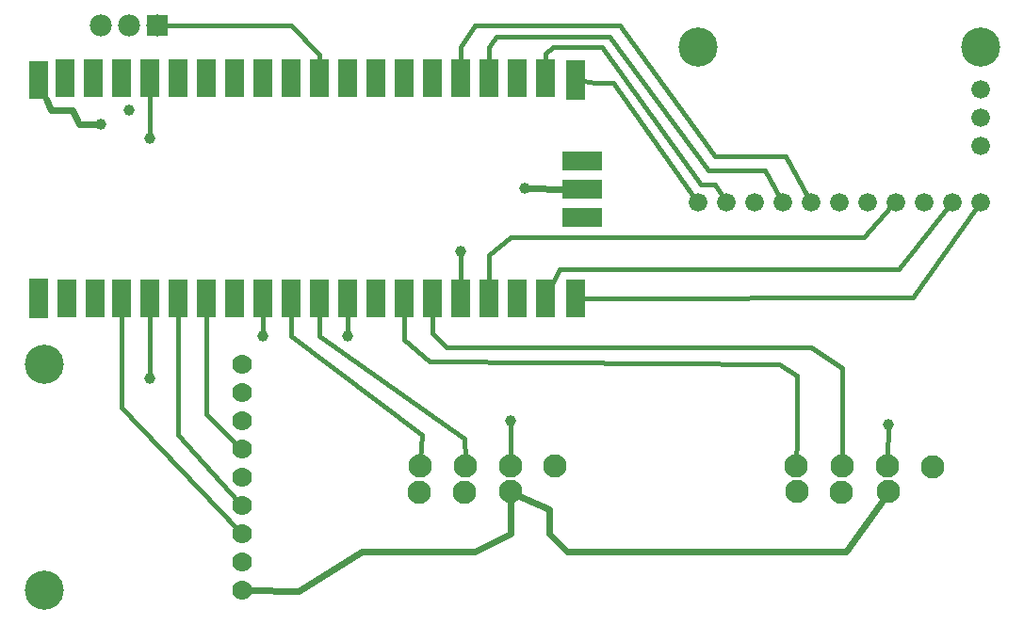
<source format=gtl>
G04 MADE WITH FRITZING*
G04 WWW.FRITZING.ORG*
G04 DOUBLE SIDED*
G04 HOLES PLATED*
G04 CONTOUR ON CENTER OF CONTOUR VECTOR*
%ASAXBY*%
%FSLAX23Y23*%
%MOIN*%
%OFA0B0*%
%SFA1.0B1.0*%
%ADD10C,0.082677*%
%ADD11C,0.066000*%
%ADD12C,0.138425*%
%ADD13C,0.070000*%
%ADD14C,0.078000*%
%ADD15C,0.039370*%
%ADD16R,0.078000X0.078000*%
%ADD17R,0.066333X0.138458*%
%ADD18R,0.066000X0.138000*%
%ADD19R,0.066333X0.138000*%
%ADD20R,0.067375X0.138458*%
%ADD21R,0.138708X0.067500*%
%ADD22C,0.016000*%
%ADD23C,0.024000*%
%LNCOPPER1*%
G90*
G70*
G54D10*
X1837Y799D03*
X1677Y799D03*
X1517Y799D03*
X1994Y799D03*
X1837Y708D03*
G54D11*
X3500Y1933D03*
X3500Y2033D03*
X3500Y2133D03*
X3500Y1733D03*
X3400Y1733D03*
X3300Y1733D03*
X3200Y1733D03*
G54D12*
X3500Y2283D03*
G54D11*
X3100Y1733D03*
X3000Y1733D03*
X2900Y1733D03*
X2800Y1733D03*
X2700Y1733D03*
X2600Y1733D03*
X2500Y1733D03*
G54D12*
X2500Y2283D03*
G54D13*
X887Y358D03*
X887Y458D03*
G54D12*
X187Y358D03*
G54D13*
X887Y558D03*
X887Y658D03*
X887Y758D03*
X887Y858D03*
X887Y958D03*
X887Y1058D03*
X887Y1158D03*
G54D12*
X187Y1158D03*
G54D14*
X587Y2358D03*
X487Y2358D03*
X387Y2358D03*
G54D15*
X1887Y1783D03*
X562Y1958D03*
X562Y1108D03*
X487Y2058D03*
X387Y2008D03*
X1662Y1558D03*
G54D10*
X3175Y708D03*
X3331Y797D03*
X3170Y799D03*
X3010Y799D03*
X2849Y799D03*
X1516Y705D03*
X1676Y707D03*
X2851Y708D03*
X3008Y707D03*
G54D15*
X1837Y958D03*
X1262Y1258D03*
X3175Y945D03*
X962Y1258D03*
G54D16*
X587Y2358D03*
G54D17*
X167Y1394D03*
G54D18*
X268Y1394D03*
X368Y1394D03*
X461Y1394D03*
X561Y1394D03*
X661Y1394D03*
X761Y1394D03*
X861Y1394D03*
X961Y1394D03*
X1061Y1394D03*
X1161Y1394D03*
X1261Y1394D03*
X1361Y1394D03*
X1461Y1394D03*
X1561Y1394D03*
X1661Y1394D03*
X1761Y1394D03*
X1861Y1394D03*
X1961Y1394D03*
G54D19*
X2067Y1394D03*
G54D20*
X2068Y2165D03*
G54D18*
X1961Y2173D03*
X1861Y2173D03*
X1761Y2173D03*
X1661Y2173D03*
X1561Y2173D03*
X1461Y2173D03*
X1361Y2173D03*
X1261Y2173D03*
X1161Y2173D03*
X1061Y2173D03*
X961Y2173D03*
X861Y2173D03*
X761Y2173D03*
X661Y2173D03*
X561Y2173D03*
X461Y2173D03*
X361Y2173D03*
X261Y2173D03*
G54D19*
X167Y2165D03*
G54D21*
X2093Y1679D03*
X2093Y1780D03*
X2093Y1880D03*
G54D22*
X3488Y1717D02*
X3263Y1395D01*
D02*
X3263Y1395D02*
X2095Y1394D01*
D02*
X3212Y1496D02*
X2012Y1495D01*
D02*
X3387Y1718D02*
X3212Y1496D01*
D02*
X2012Y1495D02*
X1989Y1448D01*
D02*
X3087Y1608D02*
X3186Y1718D01*
D02*
X1837Y1608D02*
X3087Y1608D01*
D02*
X1762Y1546D02*
X1837Y1608D01*
D02*
X1762Y1457D02*
X1762Y1546D01*
D02*
X2811Y1895D02*
X2563Y1895D01*
D02*
X2563Y1895D02*
X2224Y2359D01*
D02*
X2890Y1750D02*
X2811Y1895D01*
D02*
X2224Y2359D02*
X1712Y2359D01*
D02*
X1712Y2359D02*
X1662Y2283D01*
D02*
X1662Y2283D02*
X1662Y2236D01*
D02*
X2538Y1845D02*
X2737Y1845D01*
D02*
X2737Y1845D02*
X2790Y1750D01*
D02*
X2187Y2320D02*
X2538Y1845D01*
D02*
X1788Y2320D02*
X2187Y2320D01*
D02*
X1762Y2283D02*
X1788Y2320D01*
D02*
X1762Y2236D02*
X1762Y2283D01*
D02*
X2513Y1795D02*
X2162Y2283D01*
D02*
X2162Y2283D02*
X1987Y2283D01*
D02*
X2563Y1795D02*
X2513Y1795D01*
D02*
X1987Y2283D02*
X1962Y2258D01*
D02*
X2590Y1750D02*
X2563Y1795D01*
D02*
X1962Y2258D02*
X1962Y2236D01*
D02*
X2200Y2157D02*
X2137Y2157D01*
D02*
X2488Y1749D02*
X2200Y2157D01*
D02*
X2137Y2157D02*
X2096Y2162D01*
D02*
X606Y2358D02*
X1061Y2359D01*
D02*
X1061Y2359D02*
X1163Y2257D01*
D02*
X1163Y2257D02*
X1162Y2236D01*
D02*
X762Y982D02*
X873Y872D01*
D02*
X761Y1330D02*
X762Y982D01*
D02*
X462Y1007D02*
X874Y572D01*
D02*
X461Y1330D02*
X462Y1007D01*
D02*
X662Y908D02*
X874Y673D01*
D02*
X661Y1330D02*
X662Y908D01*
D02*
X562Y1330D02*
X562Y1116D01*
D02*
X562Y2110D02*
X562Y1966D01*
G54D23*
D02*
X1895Y1783D02*
X2030Y1781D01*
D02*
X212Y2058D02*
X287Y2058D01*
D02*
X312Y2008D02*
X379Y2008D01*
D02*
X287Y2058D02*
X312Y2008D01*
D02*
X194Y2101D02*
X212Y2058D01*
G54D22*
D02*
X1662Y1550D02*
X1662Y1457D01*
G54D23*
D02*
X1088Y357D02*
X907Y358D01*
D02*
X1837Y559D02*
X1712Y496D01*
D02*
X1313Y496D02*
X1088Y357D01*
D02*
X1712Y496D02*
X1313Y496D01*
D02*
X1837Y682D02*
X1837Y559D01*
D02*
X1975Y645D02*
X1860Y697D01*
D02*
X1975Y559D02*
X1975Y645D01*
D02*
X2037Y495D02*
X1975Y559D01*
D02*
X3025Y496D02*
X2037Y495D01*
D02*
X3160Y687D02*
X3025Y496D01*
G54D22*
D02*
X1462Y1245D02*
X1462Y1330D01*
D02*
X2850Y1120D02*
X2787Y1158D01*
D02*
X2787Y1158D02*
X1550Y1171D01*
D02*
X2849Y825D02*
X2850Y882D01*
D02*
X1550Y1171D02*
X1462Y1245D01*
D02*
X2850Y882D02*
X2850Y1120D01*
D02*
X1562Y1270D02*
X1562Y1330D01*
D02*
X3012Y1145D02*
X2900Y1220D01*
D02*
X2900Y1220D02*
X1613Y1220D01*
D02*
X3012Y908D02*
X3012Y1145D01*
D02*
X1613Y1220D02*
X1562Y1270D01*
D02*
X3010Y825D02*
X3012Y908D01*
D02*
X1524Y908D02*
X1519Y824D01*
D02*
X1063Y1258D02*
X1524Y908D01*
D02*
X1062Y1330D02*
X1063Y1258D01*
D02*
X1675Y895D02*
X1677Y825D01*
D02*
X1163Y1258D02*
X1675Y895D01*
D02*
X1162Y1330D02*
X1163Y1258D01*
D02*
X1837Y825D02*
X1837Y950D01*
D02*
X3171Y825D02*
X3174Y938D01*
D02*
X962Y1330D02*
X962Y1266D01*
D02*
X1262Y1266D02*
X1262Y1330D01*
G04 End of Copper1*
M02*
</source>
